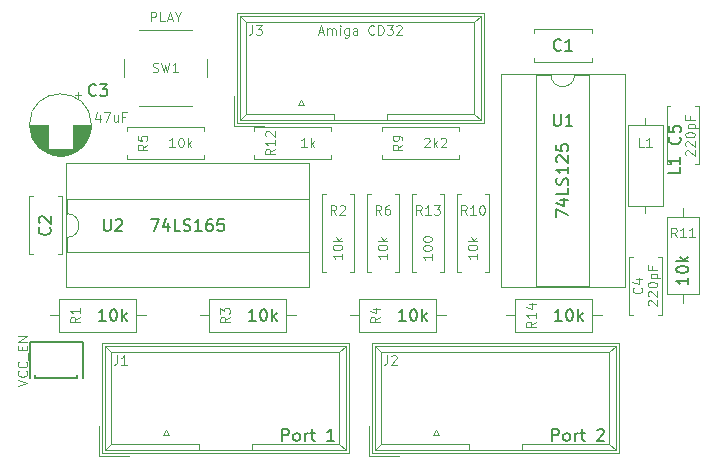
<source format=gto>
G04 #@! TF.GenerationSoftware,KiCad,Pcbnew,(5.1.8)-1*
G04 #@! TF.CreationDate,2022-05-22T17:32:25+02:00*
G04 #@! TF.ProjectId,Amiga CD32,416d6967-6120-4434-9433-322e6b696361,rev?*
G04 #@! TF.SameCoordinates,Original*
G04 #@! TF.FileFunction,Legend,Top*
G04 #@! TF.FilePolarity,Positive*
%FSLAX46Y46*%
G04 Gerber Fmt 4.6, Leading zero omitted, Abs format (unit mm)*
G04 Created by KiCad (PCBNEW (5.1.8)-1) date 2022-05-22 17:32:25*
%MOMM*%
%LPD*%
G01*
G04 APERTURE LIST*
%ADD10C,0.120000*%
%ADD11C,0.150000*%
%ADD12C,0.100000*%
G04 APERTURE END LIST*
D10*
X164568000Y-99695000D02*
X163798000Y-99695000D01*
X156488000Y-99695000D02*
X157258000Y-99695000D01*
X163798000Y-98325000D02*
X157258000Y-98325000D01*
X163798000Y-101065000D02*
X163798000Y-98325000D01*
X157258000Y-101065000D02*
X163798000Y-101065000D01*
X157258000Y-98325000D02*
X157258000Y-101065000D01*
X143280000Y-99695000D02*
X144050000Y-99695000D01*
X151360000Y-99695000D02*
X150590000Y-99695000D01*
X144050000Y-101065000D02*
X150590000Y-101065000D01*
X144050000Y-98325000D02*
X144050000Y-101065000D01*
X150590000Y-98325000D02*
X144050000Y-98325000D01*
X150590000Y-101065000D02*
X150590000Y-98325000D01*
X130905000Y-86130000D02*
X130905000Y-86460000D01*
X130905000Y-86460000D02*
X124365000Y-86460000D01*
X124365000Y-86460000D02*
X124365000Y-86130000D01*
X130905000Y-84050000D02*
X130905000Y-83720000D01*
X130905000Y-83720000D02*
X124365000Y-83720000D01*
X124365000Y-83720000D02*
X124365000Y-84050000D01*
X145010000Y-95980000D02*
X144680000Y-95980000D01*
X144680000Y-95980000D02*
X144680000Y-89440000D01*
X144680000Y-89440000D02*
X145010000Y-89440000D01*
X147090000Y-95980000D02*
X147420000Y-95980000D01*
X147420000Y-95980000D02*
X147420000Y-89440000D01*
X147420000Y-89440000D02*
X147090000Y-89440000D01*
X152495000Y-86130000D02*
X152495000Y-86460000D01*
X152495000Y-86460000D02*
X145955000Y-86460000D01*
X145955000Y-86460000D02*
X145955000Y-86130000D01*
X152495000Y-84050000D02*
X152495000Y-83720000D01*
X152495000Y-83720000D02*
X145955000Y-83720000D01*
X145955000Y-83720000D02*
X145955000Y-84050000D01*
X154710000Y-89440000D02*
X155040000Y-89440000D01*
X155040000Y-89440000D02*
X155040000Y-95980000D01*
X155040000Y-95980000D02*
X154710000Y-95980000D01*
X152630000Y-89440000D02*
X152300000Y-89440000D01*
X152300000Y-89440000D02*
X152300000Y-95980000D01*
X152300000Y-95980000D02*
X152630000Y-95980000D01*
X135160000Y-84050000D02*
X135160000Y-83720000D01*
X135160000Y-83720000D02*
X141700000Y-83720000D01*
X141700000Y-83720000D02*
X141700000Y-84050000D01*
X135160000Y-86130000D02*
X135160000Y-86460000D01*
X135160000Y-86460000D02*
X141700000Y-86460000D01*
X141700000Y-86460000D02*
X141700000Y-86130000D01*
X150900000Y-89440000D02*
X151230000Y-89440000D01*
X151230000Y-89440000D02*
X151230000Y-95980000D01*
X151230000Y-95980000D02*
X150900000Y-95980000D01*
X148820000Y-89440000D02*
X148490000Y-89440000D01*
X148490000Y-89440000D02*
X148490000Y-95980000D01*
X148490000Y-95980000D02*
X148820000Y-95980000D01*
X125960000Y-99695000D02*
X125190000Y-99695000D01*
X117880000Y-99695000D02*
X118650000Y-99695000D01*
X125190000Y-98325000D02*
X118650000Y-98325000D01*
X125190000Y-101065000D02*
X125190000Y-98325000D01*
X118650000Y-101065000D02*
X125190000Y-101065000D01*
X118650000Y-98325000D02*
X118650000Y-101065000D01*
X130580000Y-99695000D02*
X131350000Y-99695000D01*
X138660000Y-99695000D02*
X137890000Y-99695000D01*
X131350000Y-101065000D02*
X137890000Y-101065000D01*
X131350000Y-98325000D02*
X131350000Y-101065000D01*
X137890000Y-98325000D02*
X131350000Y-98325000D01*
X137890000Y-101065000D02*
X137890000Y-98325000D01*
X171450000Y-90575000D02*
X171450000Y-91345000D01*
X171450000Y-98655000D02*
X171450000Y-97885000D01*
X170080000Y-91345000D02*
X170080000Y-97885000D01*
X172820000Y-91345000D02*
X170080000Y-91345000D01*
X172820000Y-97885000D02*
X172820000Y-91345000D01*
X170080000Y-97885000D02*
X172820000Y-97885000D01*
X170395000Y-86885000D02*
X170080000Y-86885000D01*
X172820000Y-86885000D02*
X172505000Y-86885000D01*
X170395000Y-81945000D02*
X170080000Y-81945000D01*
X172820000Y-81945000D02*
X172505000Y-81945000D01*
X170080000Y-81945000D02*
X170080000Y-86885000D01*
X172820000Y-81945000D02*
X172820000Y-86885000D01*
X166540000Y-79255000D02*
X156040000Y-79255000D01*
X166540000Y-97275000D02*
X166540000Y-79255000D01*
X156040000Y-97275000D02*
X166540000Y-97275000D01*
X156040000Y-79255000D02*
X156040000Y-97275000D01*
X163540000Y-79315000D02*
X162290000Y-79315000D01*
X163540000Y-97215000D02*
X163540000Y-79315000D01*
X159040000Y-97215000D02*
X163540000Y-97215000D01*
X159040000Y-79315000D02*
X159040000Y-97215000D01*
X160290000Y-79315000D02*
X159040000Y-79315000D01*
X162290000Y-79315000D02*
G75*
G02*
X160290000Y-79315000I-1000000J0D01*
G01*
X120470000Y-80995225D02*
X119970000Y-80995225D01*
X120220000Y-80745225D02*
X120220000Y-81245225D01*
X119029000Y-86151000D02*
X118461000Y-86151000D01*
X119263000Y-86111000D02*
X118227000Y-86111000D01*
X119422000Y-86071000D02*
X118068000Y-86071000D01*
X119550000Y-86031000D02*
X117940000Y-86031000D01*
X119660000Y-85991000D02*
X117830000Y-85991000D01*
X119756000Y-85951000D02*
X117734000Y-85951000D01*
X119843000Y-85911000D02*
X117647000Y-85911000D01*
X119923000Y-85871000D02*
X117567000Y-85871000D01*
X119996000Y-85831000D02*
X117494000Y-85831000D01*
X120064000Y-85791000D02*
X117426000Y-85791000D01*
X120128000Y-85751000D02*
X117362000Y-85751000D01*
X120188000Y-85711000D02*
X117302000Y-85711000D01*
X120245000Y-85671000D02*
X117245000Y-85671000D01*
X120299000Y-85631000D02*
X117191000Y-85631000D01*
X120350000Y-85591000D02*
X117140000Y-85591000D01*
X117705000Y-85551000D02*
X117092000Y-85551000D01*
X120398000Y-85551000D02*
X119785000Y-85551000D01*
X117705000Y-85511000D02*
X117046000Y-85511000D01*
X120444000Y-85511000D02*
X119785000Y-85511000D01*
X117705000Y-85471000D02*
X117002000Y-85471000D01*
X120488000Y-85471000D02*
X119785000Y-85471000D01*
X117705000Y-85431000D02*
X116960000Y-85431000D01*
X120530000Y-85431000D02*
X119785000Y-85431000D01*
X117705000Y-85391000D02*
X116919000Y-85391000D01*
X120571000Y-85391000D02*
X119785000Y-85391000D01*
X117705000Y-85351000D02*
X116881000Y-85351000D01*
X120609000Y-85351000D02*
X119785000Y-85351000D01*
X117705000Y-85311000D02*
X116844000Y-85311000D01*
X120646000Y-85311000D02*
X119785000Y-85311000D01*
X117705000Y-85271000D02*
X116808000Y-85271000D01*
X120682000Y-85271000D02*
X119785000Y-85271000D01*
X117705000Y-85231000D02*
X116774000Y-85231000D01*
X120716000Y-85231000D02*
X119785000Y-85231000D01*
X117705000Y-85191000D02*
X116741000Y-85191000D01*
X120749000Y-85191000D02*
X119785000Y-85191000D01*
X117705000Y-85151000D02*
X116710000Y-85151000D01*
X120780000Y-85151000D02*
X119785000Y-85151000D01*
X117705000Y-85111000D02*
X116680000Y-85111000D01*
X120810000Y-85111000D02*
X119785000Y-85111000D01*
X117705000Y-85071000D02*
X116650000Y-85071000D01*
X120840000Y-85071000D02*
X119785000Y-85071000D01*
X117705000Y-85031000D02*
X116623000Y-85031000D01*
X120867000Y-85031000D02*
X119785000Y-85031000D01*
X117705000Y-84991000D02*
X116596000Y-84991000D01*
X120894000Y-84991000D02*
X119785000Y-84991000D01*
X117705000Y-84951000D02*
X116570000Y-84951000D01*
X120920000Y-84951000D02*
X119785000Y-84951000D01*
X117705000Y-84911000D02*
X116545000Y-84911000D01*
X120945000Y-84911000D02*
X119785000Y-84911000D01*
X117705000Y-84871000D02*
X116521000Y-84871000D01*
X120969000Y-84871000D02*
X119785000Y-84871000D01*
X117705000Y-84831000D02*
X116498000Y-84831000D01*
X120992000Y-84831000D02*
X119785000Y-84831000D01*
X117705000Y-84791000D02*
X116477000Y-84791000D01*
X121013000Y-84791000D02*
X119785000Y-84791000D01*
X117705000Y-84751000D02*
X116455000Y-84751000D01*
X121035000Y-84751000D02*
X119785000Y-84751000D01*
X117705000Y-84711000D02*
X116435000Y-84711000D01*
X121055000Y-84711000D02*
X119785000Y-84711000D01*
X117705000Y-84671000D02*
X116416000Y-84671000D01*
X121074000Y-84671000D02*
X119785000Y-84671000D01*
X117705000Y-84631000D02*
X116397000Y-84631000D01*
X121093000Y-84631000D02*
X119785000Y-84631000D01*
X117705000Y-84591000D02*
X116380000Y-84591000D01*
X121110000Y-84591000D02*
X119785000Y-84591000D01*
X117705000Y-84551000D02*
X116363000Y-84551000D01*
X121127000Y-84551000D02*
X119785000Y-84551000D01*
X117705000Y-84511000D02*
X116347000Y-84511000D01*
X121143000Y-84511000D02*
X119785000Y-84511000D01*
X117705000Y-84471000D02*
X116331000Y-84471000D01*
X121159000Y-84471000D02*
X119785000Y-84471000D01*
X117705000Y-84431000D02*
X116317000Y-84431000D01*
X121173000Y-84431000D02*
X119785000Y-84431000D01*
X117705000Y-84391000D02*
X116303000Y-84391000D01*
X121187000Y-84391000D02*
X119785000Y-84391000D01*
X117705000Y-84351000D02*
X116290000Y-84351000D01*
X121200000Y-84351000D02*
X119785000Y-84351000D01*
X117705000Y-84311000D02*
X116277000Y-84311000D01*
X121213000Y-84311000D02*
X119785000Y-84311000D01*
X117705000Y-84271000D02*
X116265000Y-84271000D01*
X121225000Y-84271000D02*
X119785000Y-84271000D01*
X117705000Y-84230000D02*
X116254000Y-84230000D01*
X121236000Y-84230000D02*
X119785000Y-84230000D01*
X117705000Y-84190000D02*
X116244000Y-84190000D01*
X121246000Y-84190000D02*
X119785000Y-84190000D01*
X117705000Y-84150000D02*
X116234000Y-84150000D01*
X121256000Y-84150000D02*
X119785000Y-84150000D01*
X117705000Y-84110000D02*
X116225000Y-84110000D01*
X121265000Y-84110000D02*
X119785000Y-84110000D01*
X117705000Y-84070000D02*
X116217000Y-84070000D01*
X121273000Y-84070000D02*
X119785000Y-84070000D01*
X117705000Y-84030000D02*
X116209000Y-84030000D01*
X121281000Y-84030000D02*
X119785000Y-84030000D01*
X117705000Y-83990000D02*
X116202000Y-83990000D01*
X121288000Y-83990000D02*
X119785000Y-83990000D01*
X117705000Y-83950000D02*
X116195000Y-83950000D01*
X121295000Y-83950000D02*
X119785000Y-83950000D01*
X117705000Y-83910000D02*
X116189000Y-83910000D01*
X121301000Y-83910000D02*
X119785000Y-83910000D01*
X117705000Y-83870000D02*
X116184000Y-83870000D01*
X121306000Y-83870000D02*
X119785000Y-83870000D01*
X117705000Y-83830000D02*
X116180000Y-83830000D01*
X121310000Y-83830000D02*
X119785000Y-83830000D01*
X117705000Y-83790000D02*
X116176000Y-83790000D01*
X121314000Y-83790000D02*
X119785000Y-83790000D01*
X117705000Y-83750000D02*
X116172000Y-83750000D01*
X121318000Y-83750000D02*
X119785000Y-83750000D01*
X117705000Y-83710000D02*
X116169000Y-83710000D01*
X121321000Y-83710000D02*
X119785000Y-83710000D01*
X117705000Y-83670000D02*
X116167000Y-83670000D01*
X121323000Y-83670000D02*
X119785000Y-83670000D01*
X117705000Y-83630000D02*
X116166000Y-83630000D01*
X121324000Y-83630000D02*
X119785000Y-83630000D01*
X121325000Y-83590000D02*
X119785000Y-83590000D01*
X117705000Y-83590000D02*
X116165000Y-83590000D01*
X121325000Y-83550000D02*
X119785000Y-83550000D01*
X117705000Y-83550000D02*
X116165000Y-83550000D01*
X121365000Y-83550000D02*
G75*
G03*
X121365000Y-83550000I-2620000J0D01*
G01*
X119260000Y-86825000D02*
X119260000Y-97325000D01*
X139820000Y-86825000D02*
X119260000Y-86825000D01*
X139820000Y-97325000D02*
X139820000Y-86825000D01*
X119260000Y-97325000D02*
X139820000Y-97325000D01*
X119320000Y-89825000D02*
X119320000Y-91075000D01*
X139760000Y-89825000D02*
X119320000Y-89825000D01*
X139760000Y-94325000D02*
X139760000Y-89825000D01*
X119320000Y-94325000D02*
X139760000Y-94325000D01*
X119320000Y-93075000D02*
X119320000Y-94325000D01*
X119320000Y-91075000D02*
G75*
G02*
X119320000Y-93075000I0J-1000000D01*
G01*
X167220000Y-99665000D02*
X166905000Y-99665000D01*
X169645000Y-99665000D02*
X169330000Y-99665000D01*
X167220000Y-94725000D02*
X166905000Y-94725000D01*
X169645000Y-94725000D02*
X169330000Y-94725000D01*
X166905000Y-94725000D02*
X166905000Y-99665000D01*
X169645000Y-94725000D02*
X169645000Y-99665000D01*
D11*
X120142000Y-104775000D02*
X120142000Y-105029000D01*
X116586000Y-105029000D02*
X120142000Y-105029000D01*
X116586000Y-104775000D02*
X116586000Y-105029000D01*
X120650000Y-105029000D02*
X120650000Y-101981000D01*
X116205000Y-101981000D02*
X116205000Y-105029000D01*
X116205000Y-101981000D02*
X120650000Y-101981000D01*
D10*
X118845000Y-89565000D02*
X118845000Y-94505000D01*
X116105000Y-89565000D02*
X116105000Y-94505000D01*
X118845000Y-89565000D02*
X118530000Y-89565000D01*
X116420000Y-89565000D02*
X116105000Y-89565000D01*
X118845000Y-94505000D02*
X118530000Y-94505000D01*
X116420000Y-94505000D02*
X116105000Y-94505000D01*
X168275000Y-91035000D02*
X168275000Y-90415000D01*
X168275000Y-82955000D02*
X168275000Y-83575000D01*
X169745000Y-90415000D02*
X169745000Y-83575000D01*
X166805000Y-90415000D02*
X169745000Y-90415000D01*
X166805000Y-83575000D02*
X166805000Y-90415000D01*
X169745000Y-83575000D02*
X166805000Y-83575000D01*
D12*
X133965000Y-74315000D02*
X154325000Y-74315000D01*
X134505000Y-74865000D02*
X153765000Y-74865000D01*
X133965000Y-83165000D02*
X154325000Y-83165000D01*
X134505000Y-82615000D02*
X141895000Y-82615000D01*
X146395000Y-82615000D02*
X153765000Y-82615000D01*
X141895000Y-82615000D02*
X141895000Y-83165000D01*
X146395000Y-82615000D02*
X146395000Y-83165000D01*
X133965000Y-74315000D02*
X133965000Y-83165000D01*
X134505000Y-74865000D02*
X134505000Y-82615000D01*
X154325000Y-74315000D02*
X154325000Y-83165000D01*
X153765000Y-74865000D02*
X153765000Y-82615000D01*
X133965000Y-74315000D02*
X134505000Y-74865000D01*
X154325000Y-74315000D02*
X153765000Y-74865000D01*
X133965000Y-83165000D02*
X134505000Y-82615000D01*
X154325000Y-83165000D02*
X153765000Y-82615000D01*
D10*
X133715000Y-74065000D02*
X154575000Y-74065000D01*
X154575000Y-74065000D02*
X154575000Y-83415000D01*
X154575000Y-83415000D02*
X133715000Y-83415000D01*
X133715000Y-83415000D02*
X133715000Y-74065000D01*
X133465000Y-83665000D02*
X136005000Y-83665000D01*
X133465000Y-83665000D02*
X133465000Y-81125000D01*
X139128500Y-81462425D02*
X139378500Y-81895438D01*
X138878500Y-81895438D02*
X139128500Y-81462425D01*
X139378500Y-81895438D02*
X138878500Y-81895438D01*
X150808500Y-109835438D02*
X150308500Y-109835438D01*
X150308500Y-109835438D02*
X150558500Y-109402425D01*
X150558500Y-109402425D02*
X150808500Y-109835438D01*
X144895000Y-111605000D02*
X144895000Y-109065000D01*
X144895000Y-111605000D02*
X147435000Y-111605000D01*
X145145000Y-111355000D02*
X145145000Y-102005000D01*
X166005000Y-111355000D02*
X145145000Y-111355000D01*
X166005000Y-102005000D02*
X166005000Y-111355000D01*
X145145000Y-102005000D02*
X166005000Y-102005000D01*
D12*
X165755000Y-111105000D02*
X165195000Y-110555000D01*
X145395000Y-111105000D02*
X145935000Y-110555000D01*
X165755000Y-102255000D02*
X165195000Y-102805000D01*
X145395000Y-102255000D02*
X145935000Y-102805000D01*
X165195000Y-102805000D02*
X165195000Y-110555000D01*
X165755000Y-102255000D02*
X165755000Y-111105000D01*
X145935000Y-102805000D02*
X145935000Y-110555000D01*
X145395000Y-102255000D02*
X145395000Y-111105000D01*
X157825000Y-110555000D02*
X157825000Y-111105000D01*
X153325000Y-110555000D02*
X153325000Y-111105000D01*
X157825000Y-110555000D02*
X165195000Y-110555000D01*
X145935000Y-110555000D02*
X153325000Y-110555000D01*
X145395000Y-111105000D02*
X165755000Y-111105000D01*
X145935000Y-102805000D02*
X165195000Y-102805000D01*
X145395000Y-102255000D02*
X165755000Y-102255000D01*
D10*
X158860000Y-75780000D02*
X158860000Y-75465000D01*
X158860000Y-78205000D02*
X158860000Y-77890000D01*
X163800000Y-75780000D02*
X163800000Y-75465000D01*
X163800000Y-78205000D02*
X163800000Y-77890000D01*
X163800000Y-75465000D02*
X158860000Y-75465000D01*
X163800000Y-78205000D02*
X158860000Y-78205000D01*
X127948500Y-109835438D02*
X127448500Y-109835438D01*
X127448500Y-109835438D02*
X127698500Y-109402425D01*
X127698500Y-109402425D02*
X127948500Y-109835438D01*
X122035000Y-111605000D02*
X122035000Y-109065000D01*
X122035000Y-111605000D02*
X124575000Y-111605000D01*
X122285000Y-111355000D02*
X122285000Y-102005000D01*
X143145000Y-111355000D02*
X122285000Y-111355000D01*
X143145000Y-102005000D02*
X143145000Y-111355000D01*
X122285000Y-102005000D02*
X143145000Y-102005000D01*
D12*
X142895000Y-111105000D02*
X142335000Y-110555000D01*
X122535000Y-111105000D02*
X123075000Y-110555000D01*
X142895000Y-102255000D02*
X142335000Y-102805000D01*
X122535000Y-102255000D02*
X123075000Y-102805000D01*
X142335000Y-102805000D02*
X142335000Y-110555000D01*
X142895000Y-102255000D02*
X142895000Y-111105000D01*
X123075000Y-102805000D02*
X123075000Y-110555000D01*
X122535000Y-102255000D02*
X122535000Y-111105000D01*
X134965000Y-110555000D02*
X134965000Y-111105000D01*
X130465000Y-110555000D02*
X130465000Y-111105000D01*
X134965000Y-110555000D02*
X142335000Y-110555000D01*
X123075000Y-110555000D02*
X130465000Y-110555000D01*
X122535000Y-111105000D02*
X142895000Y-111105000D01*
X123075000Y-102805000D02*
X142335000Y-102805000D01*
X122535000Y-102255000D02*
X142895000Y-102255000D01*
D10*
X125385000Y-81990000D02*
X129885000Y-81990000D01*
X124135000Y-77990000D02*
X124135000Y-79490000D01*
X129885000Y-75490000D02*
X125385000Y-75490000D01*
X131135000Y-79490000D02*
X131135000Y-77990000D01*
X143610000Y-89440000D02*
X143280000Y-89440000D01*
X143610000Y-95980000D02*
X143610000Y-89440000D01*
X143280000Y-95980000D02*
X143610000Y-95980000D01*
X140870000Y-89440000D02*
X141200000Y-89440000D01*
X140870000Y-95980000D02*
X140870000Y-89440000D01*
X141200000Y-95980000D02*
X140870000Y-95980000D01*
D12*
X158984904Y-100209285D02*
X158603952Y-100475952D01*
X158984904Y-100666428D02*
X158184904Y-100666428D01*
X158184904Y-100361666D01*
X158223000Y-100285476D01*
X158261095Y-100247380D01*
X158337285Y-100209285D01*
X158451571Y-100209285D01*
X158527761Y-100247380D01*
X158565857Y-100285476D01*
X158603952Y-100361666D01*
X158603952Y-100666428D01*
X158984904Y-99447380D02*
X158984904Y-99904523D01*
X158984904Y-99675952D02*
X158184904Y-99675952D01*
X158299190Y-99752142D01*
X158375380Y-99828333D01*
X158413476Y-99904523D01*
X158451571Y-98761666D02*
X158984904Y-98761666D01*
X158146809Y-98952142D02*
X158718238Y-99142619D01*
X158718238Y-98647380D01*
D11*
X161202761Y-100147380D02*
X160631333Y-100147380D01*
X160917047Y-100147380D02*
X160917047Y-99147380D01*
X160821809Y-99290238D01*
X160726571Y-99385476D01*
X160631333Y-99433095D01*
X161821809Y-99147380D02*
X161917047Y-99147380D01*
X162012285Y-99195000D01*
X162059904Y-99242619D01*
X162107523Y-99337857D01*
X162155142Y-99528333D01*
X162155142Y-99766428D01*
X162107523Y-99956904D01*
X162059904Y-100052142D01*
X162012285Y-100099761D01*
X161917047Y-100147380D01*
X161821809Y-100147380D01*
X161726571Y-100099761D01*
X161678952Y-100052142D01*
X161631333Y-99956904D01*
X161583714Y-99766428D01*
X161583714Y-99528333D01*
X161631333Y-99337857D01*
X161678952Y-99242619D01*
X161726571Y-99195000D01*
X161821809Y-99147380D01*
X162583714Y-100147380D02*
X162583714Y-99147380D01*
X162678952Y-99766428D02*
X162964666Y-100147380D01*
X162964666Y-99480714D02*
X162583714Y-99861666D01*
D12*
X145776904Y-99828333D02*
X145395952Y-100095000D01*
X145776904Y-100285476D02*
X144976904Y-100285476D01*
X144976904Y-99980714D01*
X145015000Y-99904523D01*
X145053095Y-99866428D01*
X145129285Y-99828333D01*
X145243571Y-99828333D01*
X145319761Y-99866428D01*
X145357857Y-99904523D01*
X145395952Y-99980714D01*
X145395952Y-100285476D01*
X145243571Y-99142619D02*
X145776904Y-99142619D01*
X144938809Y-99333095D02*
X145510238Y-99523571D01*
X145510238Y-99028333D01*
D11*
X147994761Y-100147380D02*
X147423333Y-100147380D01*
X147709047Y-100147380D02*
X147709047Y-99147380D01*
X147613809Y-99290238D01*
X147518571Y-99385476D01*
X147423333Y-99433095D01*
X148613809Y-99147380D02*
X148709047Y-99147380D01*
X148804285Y-99195000D01*
X148851904Y-99242619D01*
X148899523Y-99337857D01*
X148947142Y-99528333D01*
X148947142Y-99766428D01*
X148899523Y-99956904D01*
X148851904Y-100052142D01*
X148804285Y-100099761D01*
X148709047Y-100147380D01*
X148613809Y-100147380D01*
X148518571Y-100099761D01*
X148470952Y-100052142D01*
X148423333Y-99956904D01*
X148375714Y-99766428D01*
X148375714Y-99528333D01*
X148423333Y-99337857D01*
X148470952Y-99242619D01*
X148518571Y-99195000D01*
X148613809Y-99147380D01*
X149375714Y-100147380D02*
X149375714Y-99147380D01*
X149470952Y-99766428D02*
X149756666Y-100147380D01*
X149756666Y-99480714D02*
X149375714Y-99861666D01*
D12*
X126091904Y-85223333D02*
X125710952Y-85490000D01*
X126091904Y-85680476D02*
X125291904Y-85680476D01*
X125291904Y-85375714D01*
X125330000Y-85299523D01*
X125368095Y-85261428D01*
X125444285Y-85223333D01*
X125558571Y-85223333D01*
X125634761Y-85261428D01*
X125672857Y-85299523D01*
X125710952Y-85375714D01*
X125710952Y-85680476D01*
X125291904Y-84499523D02*
X125291904Y-84880476D01*
X125672857Y-84918571D01*
X125634761Y-84880476D01*
X125596666Y-84804285D01*
X125596666Y-84613809D01*
X125634761Y-84537619D01*
X125672857Y-84499523D01*
X125749047Y-84461428D01*
X125939523Y-84461428D01*
X126015714Y-84499523D01*
X126053809Y-84537619D01*
X126091904Y-84613809D01*
X126091904Y-84804285D01*
X126053809Y-84880476D01*
X126015714Y-84918571D01*
X128428809Y-85451904D02*
X127971666Y-85451904D01*
X128200238Y-85451904D02*
X128200238Y-84651904D01*
X128124047Y-84766190D01*
X128047857Y-84842380D01*
X127971666Y-84880476D01*
X128924047Y-84651904D02*
X129000238Y-84651904D01*
X129076428Y-84690000D01*
X129114523Y-84728095D01*
X129152619Y-84804285D01*
X129190714Y-84956666D01*
X129190714Y-85147142D01*
X129152619Y-85299523D01*
X129114523Y-85375714D01*
X129076428Y-85413809D01*
X129000238Y-85451904D01*
X128924047Y-85451904D01*
X128847857Y-85413809D01*
X128809761Y-85375714D01*
X128771666Y-85299523D01*
X128733571Y-85147142D01*
X128733571Y-84956666D01*
X128771666Y-84804285D01*
X128809761Y-84728095D01*
X128847857Y-84690000D01*
X128924047Y-84651904D01*
X129533571Y-85451904D02*
X129533571Y-84651904D01*
X129609761Y-85147142D02*
X129838333Y-85451904D01*
X129838333Y-84918571D02*
X129533571Y-85223333D01*
X145916666Y-91166904D02*
X145650000Y-90785952D01*
X145459523Y-91166904D02*
X145459523Y-90366904D01*
X145764285Y-90366904D01*
X145840476Y-90405000D01*
X145878571Y-90443095D01*
X145916666Y-90519285D01*
X145916666Y-90633571D01*
X145878571Y-90709761D01*
X145840476Y-90747857D01*
X145764285Y-90785952D01*
X145459523Y-90785952D01*
X146602380Y-90366904D02*
X146450000Y-90366904D01*
X146373809Y-90405000D01*
X146335714Y-90443095D01*
X146259523Y-90557380D01*
X146221428Y-90709761D01*
X146221428Y-91014523D01*
X146259523Y-91090714D01*
X146297619Y-91128809D01*
X146373809Y-91166904D01*
X146526190Y-91166904D01*
X146602380Y-91128809D01*
X146640476Y-91090714D01*
X146678571Y-91014523D01*
X146678571Y-90824047D01*
X146640476Y-90747857D01*
X146602380Y-90709761D01*
X146526190Y-90671666D01*
X146373809Y-90671666D01*
X146297619Y-90709761D01*
X146259523Y-90747857D01*
X146221428Y-90824047D01*
X146411904Y-94456190D02*
X146411904Y-94913333D01*
X146411904Y-94684761D02*
X145611904Y-94684761D01*
X145726190Y-94760952D01*
X145802380Y-94837142D01*
X145840476Y-94913333D01*
X145611904Y-93960952D02*
X145611904Y-93884761D01*
X145650000Y-93808571D01*
X145688095Y-93770476D01*
X145764285Y-93732380D01*
X145916666Y-93694285D01*
X146107142Y-93694285D01*
X146259523Y-93732380D01*
X146335714Y-93770476D01*
X146373809Y-93808571D01*
X146411904Y-93884761D01*
X146411904Y-93960952D01*
X146373809Y-94037142D01*
X146335714Y-94075238D01*
X146259523Y-94113333D01*
X146107142Y-94151428D01*
X145916666Y-94151428D01*
X145764285Y-94113333D01*
X145688095Y-94075238D01*
X145650000Y-94037142D01*
X145611904Y-93960952D01*
X146411904Y-93351428D02*
X145611904Y-93351428D01*
X146107142Y-93275238D02*
X146411904Y-93046666D01*
X145878571Y-93046666D02*
X146183333Y-93351428D01*
X147681904Y-85223333D02*
X147300952Y-85490000D01*
X147681904Y-85680476D02*
X146881904Y-85680476D01*
X146881904Y-85375714D01*
X146920000Y-85299523D01*
X146958095Y-85261428D01*
X147034285Y-85223333D01*
X147148571Y-85223333D01*
X147224761Y-85261428D01*
X147262857Y-85299523D01*
X147300952Y-85375714D01*
X147300952Y-85680476D01*
X147681904Y-84842380D02*
X147681904Y-84690000D01*
X147643809Y-84613809D01*
X147605714Y-84575714D01*
X147491428Y-84499523D01*
X147339047Y-84461428D01*
X147034285Y-84461428D01*
X146958095Y-84499523D01*
X146920000Y-84537619D01*
X146881904Y-84613809D01*
X146881904Y-84766190D01*
X146920000Y-84842380D01*
X146958095Y-84880476D01*
X147034285Y-84918571D01*
X147224761Y-84918571D01*
X147300952Y-84880476D01*
X147339047Y-84842380D01*
X147377142Y-84766190D01*
X147377142Y-84613809D01*
X147339047Y-84537619D01*
X147300952Y-84499523D01*
X147224761Y-84461428D01*
X149561666Y-84728095D02*
X149599761Y-84690000D01*
X149675952Y-84651904D01*
X149866428Y-84651904D01*
X149942619Y-84690000D01*
X149980714Y-84728095D01*
X150018809Y-84804285D01*
X150018809Y-84880476D01*
X149980714Y-84994761D01*
X149523571Y-85451904D01*
X150018809Y-85451904D01*
X150361666Y-85451904D02*
X150361666Y-84651904D01*
X150437857Y-85147142D02*
X150666428Y-85451904D01*
X150666428Y-84918571D02*
X150361666Y-85223333D01*
X150971190Y-84728095D02*
X151009285Y-84690000D01*
X151085476Y-84651904D01*
X151275952Y-84651904D01*
X151352142Y-84690000D01*
X151390238Y-84728095D01*
X151428333Y-84804285D01*
X151428333Y-84880476D01*
X151390238Y-84994761D01*
X150933095Y-85451904D01*
X151428333Y-85451904D01*
X153155714Y-91166904D02*
X152889047Y-90785952D01*
X152698571Y-91166904D02*
X152698571Y-90366904D01*
X153003333Y-90366904D01*
X153079523Y-90405000D01*
X153117619Y-90443095D01*
X153155714Y-90519285D01*
X153155714Y-90633571D01*
X153117619Y-90709761D01*
X153079523Y-90747857D01*
X153003333Y-90785952D01*
X152698571Y-90785952D01*
X153917619Y-91166904D02*
X153460476Y-91166904D01*
X153689047Y-91166904D02*
X153689047Y-90366904D01*
X153612857Y-90481190D01*
X153536666Y-90557380D01*
X153460476Y-90595476D01*
X154412857Y-90366904D02*
X154489047Y-90366904D01*
X154565238Y-90405000D01*
X154603333Y-90443095D01*
X154641428Y-90519285D01*
X154679523Y-90671666D01*
X154679523Y-90862142D01*
X154641428Y-91014523D01*
X154603333Y-91090714D01*
X154565238Y-91128809D01*
X154489047Y-91166904D01*
X154412857Y-91166904D01*
X154336666Y-91128809D01*
X154298571Y-91090714D01*
X154260476Y-91014523D01*
X154222380Y-90862142D01*
X154222380Y-90671666D01*
X154260476Y-90519285D01*
X154298571Y-90443095D01*
X154336666Y-90405000D01*
X154412857Y-90366904D01*
X154031904Y-94456190D02*
X154031904Y-94913333D01*
X154031904Y-94684761D02*
X153231904Y-94684761D01*
X153346190Y-94760952D01*
X153422380Y-94837142D01*
X153460476Y-94913333D01*
X153231904Y-93960952D02*
X153231904Y-93884761D01*
X153270000Y-93808571D01*
X153308095Y-93770476D01*
X153384285Y-93732380D01*
X153536666Y-93694285D01*
X153727142Y-93694285D01*
X153879523Y-93732380D01*
X153955714Y-93770476D01*
X153993809Y-93808571D01*
X154031904Y-93884761D01*
X154031904Y-93960952D01*
X153993809Y-94037142D01*
X153955714Y-94075238D01*
X153879523Y-94113333D01*
X153727142Y-94151428D01*
X153536666Y-94151428D01*
X153384285Y-94113333D01*
X153308095Y-94075238D01*
X153270000Y-94037142D01*
X153231904Y-93960952D01*
X154031904Y-93351428D02*
X153231904Y-93351428D01*
X153727142Y-93275238D02*
X154031904Y-93046666D01*
X153498571Y-93046666D02*
X153803333Y-93351428D01*
X136886904Y-85604285D02*
X136505952Y-85870952D01*
X136886904Y-86061428D02*
X136086904Y-86061428D01*
X136086904Y-85756666D01*
X136125000Y-85680476D01*
X136163095Y-85642380D01*
X136239285Y-85604285D01*
X136353571Y-85604285D01*
X136429761Y-85642380D01*
X136467857Y-85680476D01*
X136505952Y-85756666D01*
X136505952Y-86061428D01*
X136886904Y-84842380D02*
X136886904Y-85299523D01*
X136886904Y-85070952D02*
X136086904Y-85070952D01*
X136201190Y-85147142D01*
X136277380Y-85223333D01*
X136315476Y-85299523D01*
X136163095Y-84537619D02*
X136125000Y-84499523D01*
X136086904Y-84423333D01*
X136086904Y-84232857D01*
X136125000Y-84156666D01*
X136163095Y-84118571D01*
X136239285Y-84080476D01*
X136315476Y-84080476D01*
X136429761Y-84118571D01*
X136886904Y-84575714D01*
X136886904Y-84080476D01*
X139604761Y-85451904D02*
X139147619Y-85451904D01*
X139376190Y-85451904D02*
X139376190Y-84651904D01*
X139300000Y-84766190D01*
X139223809Y-84842380D01*
X139147619Y-84880476D01*
X139947619Y-85451904D02*
X139947619Y-84651904D01*
X140023809Y-85147142D02*
X140252380Y-85451904D01*
X140252380Y-84918571D02*
X139947619Y-85223333D01*
X149345714Y-91166904D02*
X149079047Y-90785952D01*
X148888571Y-91166904D02*
X148888571Y-90366904D01*
X149193333Y-90366904D01*
X149269523Y-90405000D01*
X149307619Y-90443095D01*
X149345714Y-90519285D01*
X149345714Y-90633571D01*
X149307619Y-90709761D01*
X149269523Y-90747857D01*
X149193333Y-90785952D01*
X148888571Y-90785952D01*
X150107619Y-91166904D02*
X149650476Y-91166904D01*
X149879047Y-91166904D02*
X149879047Y-90366904D01*
X149802857Y-90481190D01*
X149726666Y-90557380D01*
X149650476Y-90595476D01*
X150374285Y-90366904D02*
X150869523Y-90366904D01*
X150602857Y-90671666D01*
X150717142Y-90671666D01*
X150793333Y-90709761D01*
X150831428Y-90747857D01*
X150869523Y-90824047D01*
X150869523Y-91014523D01*
X150831428Y-91090714D01*
X150793333Y-91128809D01*
X150717142Y-91166904D01*
X150488571Y-91166904D01*
X150412380Y-91128809D01*
X150374285Y-91090714D01*
X150221904Y-94513333D02*
X150221904Y-94970476D01*
X150221904Y-94741904D02*
X149421904Y-94741904D01*
X149536190Y-94818095D01*
X149612380Y-94894285D01*
X149650476Y-94970476D01*
X149421904Y-94018095D02*
X149421904Y-93941904D01*
X149460000Y-93865714D01*
X149498095Y-93827619D01*
X149574285Y-93789523D01*
X149726666Y-93751428D01*
X149917142Y-93751428D01*
X150069523Y-93789523D01*
X150145714Y-93827619D01*
X150183809Y-93865714D01*
X150221904Y-93941904D01*
X150221904Y-94018095D01*
X150183809Y-94094285D01*
X150145714Y-94132380D01*
X150069523Y-94170476D01*
X149917142Y-94208571D01*
X149726666Y-94208571D01*
X149574285Y-94170476D01*
X149498095Y-94132380D01*
X149460000Y-94094285D01*
X149421904Y-94018095D01*
X149421904Y-93256190D02*
X149421904Y-93180000D01*
X149460000Y-93103809D01*
X149498095Y-93065714D01*
X149574285Y-93027619D01*
X149726666Y-92989523D01*
X149917142Y-92989523D01*
X150069523Y-93027619D01*
X150145714Y-93065714D01*
X150183809Y-93103809D01*
X150221904Y-93180000D01*
X150221904Y-93256190D01*
X150183809Y-93332380D01*
X150145714Y-93370476D01*
X150069523Y-93408571D01*
X149917142Y-93446666D01*
X149726666Y-93446666D01*
X149574285Y-93408571D01*
X149498095Y-93370476D01*
X149460000Y-93332380D01*
X149421904Y-93256190D01*
X120376904Y-99828333D02*
X119995952Y-100095000D01*
X120376904Y-100285476D02*
X119576904Y-100285476D01*
X119576904Y-99980714D01*
X119615000Y-99904523D01*
X119653095Y-99866428D01*
X119729285Y-99828333D01*
X119843571Y-99828333D01*
X119919761Y-99866428D01*
X119957857Y-99904523D01*
X119995952Y-99980714D01*
X119995952Y-100285476D01*
X120376904Y-99066428D02*
X120376904Y-99523571D01*
X120376904Y-99295000D02*
X119576904Y-99295000D01*
X119691190Y-99371190D01*
X119767380Y-99447380D01*
X119805476Y-99523571D01*
D11*
X122594761Y-100147380D02*
X122023333Y-100147380D01*
X122309047Y-100147380D02*
X122309047Y-99147380D01*
X122213809Y-99290238D01*
X122118571Y-99385476D01*
X122023333Y-99433095D01*
X123213809Y-99147380D02*
X123309047Y-99147380D01*
X123404285Y-99195000D01*
X123451904Y-99242619D01*
X123499523Y-99337857D01*
X123547142Y-99528333D01*
X123547142Y-99766428D01*
X123499523Y-99956904D01*
X123451904Y-100052142D01*
X123404285Y-100099761D01*
X123309047Y-100147380D01*
X123213809Y-100147380D01*
X123118571Y-100099761D01*
X123070952Y-100052142D01*
X123023333Y-99956904D01*
X122975714Y-99766428D01*
X122975714Y-99528333D01*
X123023333Y-99337857D01*
X123070952Y-99242619D01*
X123118571Y-99195000D01*
X123213809Y-99147380D01*
X123975714Y-100147380D02*
X123975714Y-99147380D01*
X124070952Y-99766428D02*
X124356666Y-100147380D01*
X124356666Y-99480714D02*
X123975714Y-99861666D01*
D12*
X133076904Y-99828333D02*
X132695952Y-100095000D01*
X133076904Y-100285476D02*
X132276904Y-100285476D01*
X132276904Y-99980714D01*
X132315000Y-99904523D01*
X132353095Y-99866428D01*
X132429285Y-99828333D01*
X132543571Y-99828333D01*
X132619761Y-99866428D01*
X132657857Y-99904523D01*
X132695952Y-99980714D01*
X132695952Y-100285476D01*
X132276904Y-99561666D02*
X132276904Y-99066428D01*
X132581666Y-99333095D01*
X132581666Y-99218809D01*
X132619761Y-99142619D01*
X132657857Y-99104523D01*
X132734047Y-99066428D01*
X132924523Y-99066428D01*
X133000714Y-99104523D01*
X133038809Y-99142619D01*
X133076904Y-99218809D01*
X133076904Y-99447380D01*
X133038809Y-99523571D01*
X133000714Y-99561666D01*
D11*
X135294761Y-100147380D02*
X134723333Y-100147380D01*
X135009047Y-100147380D02*
X135009047Y-99147380D01*
X134913809Y-99290238D01*
X134818571Y-99385476D01*
X134723333Y-99433095D01*
X135913809Y-99147380D02*
X136009047Y-99147380D01*
X136104285Y-99195000D01*
X136151904Y-99242619D01*
X136199523Y-99337857D01*
X136247142Y-99528333D01*
X136247142Y-99766428D01*
X136199523Y-99956904D01*
X136151904Y-100052142D01*
X136104285Y-100099761D01*
X136009047Y-100147380D01*
X135913809Y-100147380D01*
X135818571Y-100099761D01*
X135770952Y-100052142D01*
X135723333Y-99956904D01*
X135675714Y-99766428D01*
X135675714Y-99528333D01*
X135723333Y-99337857D01*
X135770952Y-99242619D01*
X135818571Y-99195000D01*
X135913809Y-99147380D01*
X136675714Y-100147380D02*
X136675714Y-99147380D01*
X136770952Y-99766428D02*
X137056666Y-100147380D01*
X137056666Y-99480714D02*
X136675714Y-99861666D01*
D12*
X170935714Y-93071904D02*
X170669047Y-92690952D01*
X170478571Y-93071904D02*
X170478571Y-92271904D01*
X170783333Y-92271904D01*
X170859523Y-92310000D01*
X170897619Y-92348095D01*
X170935714Y-92424285D01*
X170935714Y-92538571D01*
X170897619Y-92614761D01*
X170859523Y-92652857D01*
X170783333Y-92690952D01*
X170478571Y-92690952D01*
X171697619Y-93071904D02*
X171240476Y-93071904D01*
X171469047Y-93071904D02*
X171469047Y-92271904D01*
X171392857Y-92386190D01*
X171316666Y-92462380D01*
X171240476Y-92500476D01*
X172459523Y-93071904D02*
X172002380Y-93071904D01*
X172230952Y-93071904D02*
X172230952Y-92271904D01*
X172154761Y-92386190D01*
X172078571Y-92462380D01*
X172002380Y-92500476D01*
D11*
X171902380Y-96480238D02*
X171902380Y-97051666D01*
X171902380Y-96765952D02*
X170902380Y-96765952D01*
X171045238Y-96861190D01*
X171140476Y-96956428D01*
X171188095Y-97051666D01*
X170902380Y-95861190D02*
X170902380Y-95765952D01*
X170950000Y-95670714D01*
X170997619Y-95623095D01*
X171092857Y-95575476D01*
X171283333Y-95527857D01*
X171521428Y-95527857D01*
X171711904Y-95575476D01*
X171807142Y-95623095D01*
X171854761Y-95670714D01*
X171902380Y-95765952D01*
X171902380Y-95861190D01*
X171854761Y-95956428D01*
X171807142Y-96004047D01*
X171711904Y-96051666D01*
X171521428Y-96099285D01*
X171283333Y-96099285D01*
X171092857Y-96051666D01*
X170997619Y-96004047D01*
X170950000Y-95956428D01*
X170902380Y-95861190D01*
X171902380Y-95099285D02*
X170902380Y-95099285D01*
X171521428Y-95004047D02*
X171902380Y-94718333D01*
X171235714Y-94718333D02*
X171616666Y-95099285D01*
X171172142Y-84581666D02*
X171219761Y-84629285D01*
X171267380Y-84772142D01*
X171267380Y-84867380D01*
X171219761Y-85010238D01*
X171124523Y-85105476D01*
X171029285Y-85153095D01*
X170838809Y-85200714D01*
X170695952Y-85200714D01*
X170505476Y-85153095D01*
X170410238Y-85105476D01*
X170315000Y-85010238D01*
X170267380Y-84867380D01*
X170267380Y-84772142D01*
X170315000Y-84629285D01*
X170362619Y-84581666D01*
X170267380Y-83676904D02*
X170267380Y-84153095D01*
X170743571Y-84200714D01*
X170695952Y-84153095D01*
X170648333Y-84057857D01*
X170648333Y-83819761D01*
X170695952Y-83724523D01*
X170743571Y-83676904D01*
X170838809Y-83629285D01*
X171076904Y-83629285D01*
X171172142Y-83676904D01*
X171219761Y-83724523D01*
X171267380Y-83819761D01*
X171267380Y-84057857D01*
X171219761Y-84153095D01*
X171172142Y-84200714D01*
D12*
X171723095Y-86150238D02*
X171685000Y-86112142D01*
X171646904Y-86035952D01*
X171646904Y-85845476D01*
X171685000Y-85769285D01*
X171723095Y-85731190D01*
X171799285Y-85693095D01*
X171875476Y-85693095D01*
X171989761Y-85731190D01*
X172446904Y-86188333D01*
X172446904Y-85693095D01*
X171723095Y-85388333D02*
X171685000Y-85350238D01*
X171646904Y-85274047D01*
X171646904Y-85083571D01*
X171685000Y-85007380D01*
X171723095Y-84969285D01*
X171799285Y-84931190D01*
X171875476Y-84931190D01*
X171989761Y-84969285D01*
X172446904Y-85426428D01*
X172446904Y-84931190D01*
X171646904Y-84435952D02*
X171646904Y-84359761D01*
X171685000Y-84283571D01*
X171723095Y-84245476D01*
X171799285Y-84207380D01*
X171951666Y-84169285D01*
X172142142Y-84169285D01*
X172294523Y-84207380D01*
X172370714Y-84245476D01*
X172408809Y-84283571D01*
X172446904Y-84359761D01*
X172446904Y-84435952D01*
X172408809Y-84512142D01*
X172370714Y-84550238D01*
X172294523Y-84588333D01*
X172142142Y-84626428D01*
X171951666Y-84626428D01*
X171799285Y-84588333D01*
X171723095Y-84550238D01*
X171685000Y-84512142D01*
X171646904Y-84435952D01*
X171913571Y-83826428D02*
X172713571Y-83826428D01*
X171951666Y-83826428D02*
X171913571Y-83750238D01*
X171913571Y-83597857D01*
X171951666Y-83521666D01*
X171989761Y-83483571D01*
X172065952Y-83445476D01*
X172294523Y-83445476D01*
X172370714Y-83483571D01*
X172408809Y-83521666D01*
X172446904Y-83597857D01*
X172446904Y-83750238D01*
X172408809Y-83826428D01*
X172027857Y-82835952D02*
X172027857Y-83102619D01*
X172446904Y-83102619D02*
X171646904Y-83102619D01*
X171646904Y-82721666D01*
D11*
X160528095Y-82637380D02*
X160528095Y-83446904D01*
X160575714Y-83542142D01*
X160623333Y-83589761D01*
X160718571Y-83637380D01*
X160909047Y-83637380D01*
X161004285Y-83589761D01*
X161051904Y-83542142D01*
X161099523Y-83446904D01*
X161099523Y-82637380D01*
X162099523Y-83637380D02*
X161528095Y-83637380D01*
X161813809Y-83637380D02*
X161813809Y-82637380D01*
X161718571Y-82780238D01*
X161623333Y-82875476D01*
X161528095Y-82923095D01*
X160742380Y-91384047D02*
X160742380Y-90717380D01*
X161742380Y-91145952D01*
X161075714Y-89907857D02*
X161742380Y-89907857D01*
X160694761Y-90145952D02*
X161409047Y-90384047D01*
X161409047Y-89765000D01*
X161742380Y-88907857D02*
X161742380Y-89384047D01*
X160742380Y-89384047D01*
X161694761Y-88622142D02*
X161742380Y-88479285D01*
X161742380Y-88241190D01*
X161694761Y-88145952D01*
X161647142Y-88098333D01*
X161551904Y-88050714D01*
X161456666Y-88050714D01*
X161361428Y-88098333D01*
X161313809Y-88145952D01*
X161266190Y-88241190D01*
X161218571Y-88431666D01*
X161170952Y-88526904D01*
X161123333Y-88574523D01*
X161028095Y-88622142D01*
X160932857Y-88622142D01*
X160837619Y-88574523D01*
X160790000Y-88526904D01*
X160742380Y-88431666D01*
X160742380Y-88193571D01*
X160790000Y-88050714D01*
X161742380Y-87098333D02*
X161742380Y-87669761D01*
X161742380Y-87384047D02*
X160742380Y-87384047D01*
X160885238Y-87479285D01*
X160980476Y-87574523D01*
X161028095Y-87669761D01*
X160837619Y-86717380D02*
X160790000Y-86669761D01*
X160742380Y-86574523D01*
X160742380Y-86336428D01*
X160790000Y-86241190D01*
X160837619Y-86193571D01*
X160932857Y-86145952D01*
X161028095Y-86145952D01*
X161170952Y-86193571D01*
X161742380Y-86765000D01*
X161742380Y-86145952D01*
X160742380Y-85241190D02*
X160742380Y-85717380D01*
X161218571Y-85765000D01*
X161170952Y-85717380D01*
X161123333Y-85622142D01*
X161123333Y-85384047D01*
X161170952Y-85288809D01*
X161218571Y-85241190D01*
X161313809Y-85193571D01*
X161551904Y-85193571D01*
X161647142Y-85241190D01*
X161694761Y-85288809D01*
X161742380Y-85384047D01*
X161742380Y-85622142D01*
X161694761Y-85717380D01*
X161647142Y-85765000D01*
X121753333Y-81002142D02*
X121705714Y-81049761D01*
X121562857Y-81097380D01*
X121467619Y-81097380D01*
X121324761Y-81049761D01*
X121229523Y-80954523D01*
X121181904Y-80859285D01*
X121134285Y-80668809D01*
X121134285Y-80525952D01*
X121181904Y-80335476D01*
X121229523Y-80240238D01*
X121324761Y-80145000D01*
X121467619Y-80097380D01*
X121562857Y-80097380D01*
X121705714Y-80145000D01*
X121753333Y-80192619D01*
X122086666Y-80097380D02*
X122705714Y-80097380D01*
X122372380Y-80478333D01*
X122515238Y-80478333D01*
X122610476Y-80525952D01*
X122658095Y-80573571D01*
X122705714Y-80668809D01*
X122705714Y-80906904D01*
X122658095Y-81002142D01*
X122610476Y-81049761D01*
X122515238Y-81097380D01*
X122229523Y-81097380D01*
X122134285Y-81049761D01*
X122086666Y-81002142D01*
D12*
X122066166Y-82759571D02*
X122066166Y-83292904D01*
X121875690Y-82454809D02*
X121685214Y-83026238D01*
X122180452Y-83026238D01*
X122409023Y-82492904D02*
X122942357Y-82492904D01*
X122599500Y-83292904D01*
X123589976Y-82759571D02*
X123589976Y-83292904D01*
X123247119Y-82759571D02*
X123247119Y-83178619D01*
X123285214Y-83254809D01*
X123361404Y-83292904D01*
X123475690Y-83292904D01*
X123551880Y-83254809D01*
X123589976Y-83216714D01*
X124237595Y-82873857D02*
X123970928Y-82873857D01*
X123970928Y-83292904D02*
X123970928Y-82492904D01*
X124351880Y-82492904D01*
D11*
X122428095Y-91527380D02*
X122428095Y-92336904D01*
X122475714Y-92432142D01*
X122523333Y-92479761D01*
X122618571Y-92527380D01*
X122809047Y-92527380D01*
X122904285Y-92479761D01*
X122951904Y-92432142D01*
X122999523Y-92336904D01*
X122999523Y-91527380D01*
X123428095Y-91622619D02*
X123475714Y-91575000D01*
X123570952Y-91527380D01*
X123809047Y-91527380D01*
X123904285Y-91575000D01*
X123951904Y-91622619D01*
X123999523Y-91717857D01*
X123999523Y-91813095D01*
X123951904Y-91955952D01*
X123380476Y-92527380D01*
X123999523Y-92527380D01*
X126420952Y-91527380D02*
X127087619Y-91527380D01*
X126659047Y-92527380D01*
X127897142Y-91860714D02*
X127897142Y-92527380D01*
X127659047Y-91479761D02*
X127420952Y-92194047D01*
X128040000Y-92194047D01*
X128897142Y-92527380D02*
X128420952Y-92527380D01*
X128420952Y-91527380D01*
X129182857Y-92479761D02*
X129325714Y-92527380D01*
X129563809Y-92527380D01*
X129659047Y-92479761D01*
X129706666Y-92432142D01*
X129754285Y-92336904D01*
X129754285Y-92241666D01*
X129706666Y-92146428D01*
X129659047Y-92098809D01*
X129563809Y-92051190D01*
X129373333Y-92003571D01*
X129278095Y-91955952D01*
X129230476Y-91908333D01*
X129182857Y-91813095D01*
X129182857Y-91717857D01*
X129230476Y-91622619D01*
X129278095Y-91575000D01*
X129373333Y-91527380D01*
X129611428Y-91527380D01*
X129754285Y-91575000D01*
X130706666Y-92527380D02*
X130135238Y-92527380D01*
X130420952Y-92527380D02*
X130420952Y-91527380D01*
X130325714Y-91670238D01*
X130230476Y-91765476D01*
X130135238Y-91813095D01*
X131563809Y-91527380D02*
X131373333Y-91527380D01*
X131278095Y-91575000D01*
X131230476Y-91622619D01*
X131135238Y-91765476D01*
X131087619Y-91955952D01*
X131087619Y-92336904D01*
X131135238Y-92432142D01*
X131182857Y-92479761D01*
X131278095Y-92527380D01*
X131468571Y-92527380D01*
X131563809Y-92479761D01*
X131611428Y-92432142D01*
X131659047Y-92336904D01*
X131659047Y-92098809D01*
X131611428Y-92003571D01*
X131563809Y-91955952D01*
X131468571Y-91908333D01*
X131278095Y-91908333D01*
X131182857Y-91955952D01*
X131135238Y-92003571D01*
X131087619Y-92098809D01*
X132563809Y-91527380D02*
X132087619Y-91527380D01*
X132040000Y-92003571D01*
X132087619Y-91955952D01*
X132182857Y-91908333D01*
X132420952Y-91908333D01*
X132516190Y-91955952D01*
X132563809Y-92003571D01*
X132611428Y-92098809D01*
X132611428Y-92336904D01*
X132563809Y-92432142D01*
X132516190Y-92479761D01*
X132420952Y-92527380D01*
X132182857Y-92527380D01*
X132087619Y-92479761D01*
X132040000Y-92432142D01*
D12*
X167925714Y-97328333D02*
X167963809Y-97366428D01*
X168001904Y-97480714D01*
X168001904Y-97556904D01*
X167963809Y-97671190D01*
X167887619Y-97747380D01*
X167811428Y-97785476D01*
X167659047Y-97823571D01*
X167544761Y-97823571D01*
X167392380Y-97785476D01*
X167316190Y-97747380D01*
X167240000Y-97671190D01*
X167201904Y-97556904D01*
X167201904Y-97480714D01*
X167240000Y-97366428D01*
X167278095Y-97328333D01*
X167468571Y-96642619D02*
X168001904Y-96642619D01*
X167163809Y-96833095D02*
X167735238Y-97023571D01*
X167735238Y-96528333D01*
X168548095Y-98850238D02*
X168510000Y-98812142D01*
X168471904Y-98735952D01*
X168471904Y-98545476D01*
X168510000Y-98469285D01*
X168548095Y-98431190D01*
X168624285Y-98393095D01*
X168700476Y-98393095D01*
X168814761Y-98431190D01*
X169271904Y-98888333D01*
X169271904Y-98393095D01*
X168548095Y-98088333D02*
X168510000Y-98050238D01*
X168471904Y-97974047D01*
X168471904Y-97783571D01*
X168510000Y-97707380D01*
X168548095Y-97669285D01*
X168624285Y-97631190D01*
X168700476Y-97631190D01*
X168814761Y-97669285D01*
X169271904Y-98126428D01*
X169271904Y-97631190D01*
X168471904Y-97135952D02*
X168471904Y-97059761D01*
X168510000Y-96983571D01*
X168548095Y-96945476D01*
X168624285Y-96907380D01*
X168776666Y-96869285D01*
X168967142Y-96869285D01*
X169119523Y-96907380D01*
X169195714Y-96945476D01*
X169233809Y-96983571D01*
X169271904Y-97059761D01*
X169271904Y-97135952D01*
X169233809Y-97212142D01*
X169195714Y-97250238D01*
X169119523Y-97288333D01*
X168967142Y-97326428D01*
X168776666Y-97326428D01*
X168624285Y-97288333D01*
X168548095Y-97250238D01*
X168510000Y-97212142D01*
X168471904Y-97135952D01*
X168738571Y-96526428D02*
X169538571Y-96526428D01*
X168776666Y-96526428D02*
X168738571Y-96450238D01*
X168738571Y-96297857D01*
X168776666Y-96221666D01*
X168814761Y-96183571D01*
X168890952Y-96145476D01*
X169119523Y-96145476D01*
X169195714Y-96183571D01*
X169233809Y-96221666D01*
X169271904Y-96297857D01*
X169271904Y-96450238D01*
X169233809Y-96526428D01*
X168852857Y-95535952D02*
X168852857Y-95802619D01*
X169271904Y-95802619D02*
X168471904Y-95802619D01*
X168471904Y-95421666D01*
X115131904Y-105657380D02*
X115931904Y-105390714D01*
X115131904Y-105124047D01*
X115855714Y-104400238D02*
X115893809Y-104438333D01*
X115931904Y-104552619D01*
X115931904Y-104628809D01*
X115893809Y-104743095D01*
X115817619Y-104819285D01*
X115741428Y-104857380D01*
X115589047Y-104895476D01*
X115474761Y-104895476D01*
X115322380Y-104857380D01*
X115246190Y-104819285D01*
X115170000Y-104743095D01*
X115131904Y-104628809D01*
X115131904Y-104552619D01*
X115170000Y-104438333D01*
X115208095Y-104400238D01*
X115855714Y-103600238D02*
X115893809Y-103638333D01*
X115931904Y-103752619D01*
X115931904Y-103828809D01*
X115893809Y-103943095D01*
X115817619Y-104019285D01*
X115741428Y-104057380D01*
X115589047Y-104095476D01*
X115474761Y-104095476D01*
X115322380Y-104057380D01*
X115246190Y-104019285D01*
X115170000Y-103943095D01*
X115131904Y-103828809D01*
X115131904Y-103752619D01*
X115170000Y-103638333D01*
X115208095Y-103600238D01*
X116008095Y-103447857D02*
X116008095Y-102838333D01*
X115512857Y-102647857D02*
X115512857Y-102381190D01*
X115931904Y-102266904D02*
X115931904Y-102647857D01*
X115131904Y-102647857D01*
X115131904Y-102266904D01*
X115931904Y-101924047D02*
X115131904Y-101924047D01*
X115931904Y-101466904D01*
X115131904Y-101466904D01*
D11*
X117832142Y-92241666D02*
X117879761Y-92289285D01*
X117927380Y-92432142D01*
X117927380Y-92527380D01*
X117879761Y-92670238D01*
X117784523Y-92765476D01*
X117689285Y-92813095D01*
X117498809Y-92860714D01*
X117355952Y-92860714D01*
X117165476Y-92813095D01*
X117070238Y-92765476D01*
X116975000Y-92670238D01*
X116927380Y-92527380D01*
X116927380Y-92432142D01*
X116975000Y-92289285D01*
X117022619Y-92241666D01*
X117022619Y-91860714D02*
X116975000Y-91813095D01*
X116927380Y-91717857D01*
X116927380Y-91479761D01*
X116975000Y-91384523D01*
X117022619Y-91336904D01*
X117117857Y-91289285D01*
X117213095Y-91289285D01*
X117355952Y-91336904D01*
X117927380Y-91908333D01*
X117927380Y-91289285D01*
X171197380Y-87161666D02*
X171197380Y-87637857D01*
X170197380Y-87637857D01*
X171197380Y-86304523D02*
X171197380Y-86875952D01*
X171197380Y-86590238D02*
X170197380Y-86590238D01*
X170340238Y-86685476D01*
X170435476Y-86780714D01*
X170483095Y-86875952D01*
D12*
X168141666Y-85451904D02*
X167760714Y-85451904D01*
X167760714Y-84651904D01*
X168827380Y-85451904D02*
X168370238Y-85451904D01*
X168598809Y-85451904D02*
X168598809Y-84651904D01*
X168522619Y-84766190D01*
X168446428Y-84842380D01*
X168370238Y-84880476D01*
X134988333Y-75126904D02*
X134988333Y-75698333D01*
X134950238Y-75812619D01*
X134874047Y-75888809D01*
X134759761Y-75926904D01*
X134683571Y-75926904D01*
X135293095Y-75126904D02*
X135788333Y-75126904D01*
X135521666Y-75431666D01*
X135635952Y-75431666D01*
X135712142Y-75469761D01*
X135750238Y-75507857D01*
X135788333Y-75584047D01*
X135788333Y-75774523D01*
X135750238Y-75850714D01*
X135712142Y-75888809D01*
X135635952Y-75926904D01*
X135407380Y-75926904D01*
X135331190Y-75888809D01*
X135293095Y-75850714D01*
X140640238Y-75698333D02*
X141021190Y-75698333D01*
X140564047Y-75926904D02*
X140830714Y-75126904D01*
X141097380Y-75926904D01*
X141364047Y-75926904D02*
X141364047Y-75393571D01*
X141364047Y-75469761D02*
X141402142Y-75431666D01*
X141478333Y-75393571D01*
X141592619Y-75393571D01*
X141668809Y-75431666D01*
X141706904Y-75507857D01*
X141706904Y-75926904D01*
X141706904Y-75507857D02*
X141745000Y-75431666D01*
X141821190Y-75393571D01*
X141935476Y-75393571D01*
X142011666Y-75431666D01*
X142049761Y-75507857D01*
X142049761Y-75926904D01*
X142430714Y-75926904D02*
X142430714Y-75393571D01*
X142430714Y-75126904D02*
X142392619Y-75165000D01*
X142430714Y-75203095D01*
X142468809Y-75165000D01*
X142430714Y-75126904D01*
X142430714Y-75203095D01*
X143154523Y-75393571D02*
X143154523Y-76041190D01*
X143116428Y-76117380D01*
X143078333Y-76155476D01*
X143002142Y-76193571D01*
X142887857Y-76193571D01*
X142811666Y-76155476D01*
X143154523Y-75888809D02*
X143078333Y-75926904D01*
X142925952Y-75926904D01*
X142849761Y-75888809D01*
X142811666Y-75850714D01*
X142773571Y-75774523D01*
X142773571Y-75545952D01*
X142811666Y-75469761D01*
X142849761Y-75431666D01*
X142925952Y-75393571D01*
X143078333Y-75393571D01*
X143154523Y-75431666D01*
X143878333Y-75926904D02*
X143878333Y-75507857D01*
X143840238Y-75431666D01*
X143764047Y-75393571D01*
X143611666Y-75393571D01*
X143535476Y-75431666D01*
X143878333Y-75888809D02*
X143802142Y-75926904D01*
X143611666Y-75926904D01*
X143535476Y-75888809D01*
X143497380Y-75812619D01*
X143497380Y-75736428D01*
X143535476Y-75660238D01*
X143611666Y-75622142D01*
X143802142Y-75622142D01*
X143878333Y-75584047D01*
X145325952Y-75850714D02*
X145287857Y-75888809D01*
X145173571Y-75926904D01*
X145097380Y-75926904D01*
X144983095Y-75888809D01*
X144906904Y-75812619D01*
X144868809Y-75736428D01*
X144830714Y-75584047D01*
X144830714Y-75469761D01*
X144868809Y-75317380D01*
X144906904Y-75241190D01*
X144983095Y-75165000D01*
X145097380Y-75126904D01*
X145173571Y-75126904D01*
X145287857Y-75165000D01*
X145325952Y-75203095D01*
X145668809Y-75926904D02*
X145668809Y-75126904D01*
X145859285Y-75126904D01*
X145973571Y-75165000D01*
X146049761Y-75241190D01*
X146087857Y-75317380D01*
X146125952Y-75469761D01*
X146125952Y-75584047D01*
X146087857Y-75736428D01*
X146049761Y-75812619D01*
X145973571Y-75888809D01*
X145859285Y-75926904D01*
X145668809Y-75926904D01*
X146392619Y-75126904D02*
X146887857Y-75126904D01*
X146621190Y-75431666D01*
X146735476Y-75431666D01*
X146811666Y-75469761D01*
X146849761Y-75507857D01*
X146887857Y-75584047D01*
X146887857Y-75774523D01*
X146849761Y-75850714D01*
X146811666Y-75888809D01*
X146735476Y-75926904D01*
X146506904Y-75926904D01*
X146430714Y-75888809D01*
X146392619Y-75850714D01*
X147192619Y-75203095D02*
X147230714Y-75165000D01*
X147306904Y-75126904D01*
X147497380Y-75126904D01*
X147573571Y-75165000D01*
X147611666Y-75203095D01*
X147649761Y-75279285D01*
X147649761Y-75355476D01*
X147611666Y-75469761D01*
X147154523Y-75926904D01*
X147649761Y-75926904D01*
X146418333Y-103066904D02*
X146418333Y-103638333D01*
X146380238Y-103752619D01*
X146304047Y-103828809D01*
X146189761Y-103866904D01*
X146113571Y-103866904D01*
X146761190Y-103143095D02*
X146799285Y-103105000D01*
X146875476Y-103066904D01*
X147065952Y-103066904D01*
X147142142Y-103105000D01*
X147180238Y-103143095D01*
X147218333Y-103219285D01*
X147218333Y-103295476D01*
X147180238Y-103409761D01*
X146723095Y-103866904D01*
X147218333Y-103866904D01*
D11*
X160393333Y-110307380D02*
X160393333Y-109307380D01*
X160774285Y-109307380D01*
X160869523Y-109355000D01*
X160917142Y-109402619D01*
X160964761Y-109497857D01*
X160964761Y-109640714D01*
X160917142Y-109735952D01*
X160869523Y-109783571D01*
X160774285Y-109831190D01*
X160393333Y-109831190D01*
X161536190Y-110307380D02*
X161440952Y-110259761D01*
X161393333Y-110212142D01*
X161345714Y-110116904D01*
X161345714Y-109831190D01*
X161393333Y-109735952D01*
X161440952Y-109688333D01*
X161536190Y-109640714D01*
X161679047Y-109640714D01*
X161774285Y-109688333D01*
X161821904Y-109735952D01*
X161869523Y-109831190D01*
X161869523Y-110116904D01*
X161821904Y-110212142D01*
X161774285Y-110259761D01*
X161679047Y-110307380D01*
X161536190Y-110307380D01*
X162298095Y-110307380D02*
X162298095Y-109640714D01*
X162298095Y-109831190D02*
X162345714Y-109735952D01*
X162393333Y-109688333D01*
X162488571Y-109640714D01*
X162583809Y-109640714D01*
X162774285Y-109640714D02*
X163155238Y-109640714D01*
X162917142Y-109307380D02*
X162917142Y-110164523D01*
X162964761Y-110259761D01*
X163060000Y-110307380D01*
X163155238Y-110307380D01*
X164202857Y-109402619D02*
X164250476Y-109355000D01*
X164345714Y-109307380D01*
X164583809Y-109307380D01*
X164679047Y-109355000D01*
X164726666Y-109402619D01*
X164774285Y-109497857D01*
X164774285Y-109593095D01*
X164726666Y-109735952D01*
X164155238Y-110307380D01*
X164774285Y-110307380D01*
X161123333Y-77192142D02*
X161075714Y-77239761D01*
X160932857Y-77287380D01*
X160837619Y-77287380D01*
X160694761Y-77239761D01*
X160599523Y-77144523D01*
X160551904Y-77049285D01*
X160504285Y-76858809D01*
X160504285Y-76715952D01*
X160551904Y-76525476D01*
X160599523Y-76430238D01*
X160694761Y-76335000D01*
X160837619Y-76287380D01*
X160932857Y-76287380D01*
X161075714Y-76335000D01*
X161123333Y-76382619D01*
X162075714Y-77287380D02*
X161504285Y-77287380D01*
X161790000Y-77287380D02*
X161790000Y-76287380D01*
X161694761Y-76430238D01*
X161599523Y-76525476D01*
X161504285Y-76573095D01*
D12*
X123558333Y-103066904D02*
X123558333Y-103638333D01*
X123520238Y-103752619D01*
X123444047Y-103828809D01*
X123329761Y-103866904D01*
X123253571Y-103866904D01*
X124358333Y-103866904D02*
X123901190Y-103866904D01*
X124129761Y-103866904D02*
X124129761Y-103066904D01*
X124053571Y-103181190D01*
X123977380Y-103257380D01*
X123901190Y-103295476D01*
D11*
X137533333Y-110307380D02*
X137533333Y-109307380D01*
X137914285Y-109307380D01*
X138009523Y-109355000D01*
X138057142Y-109402619D01*
X138104761Y-109497857D01*
X138104761Y-109640714D01*
X138057142Y-109735952D01*
X138009523Y-109783571D01*
X137914285Y-109831190D01*
X137533333Y-109831190D01*
X138676190Y-110307380D02*
X138580952Y-110259761D01*
X138533333Y-110212142D01*
X138485714Y-110116904D01*
X138485714Y-109831190D01*
X138533333Y-109735952D01*
X138580952Y-109688333D01*
X138676190Y-109640714D01*
X138819047Y-109640714D01*
X138914285Y-109688333D01*
X138961904Y-109735952D01*
X139009523Y-109831190D01*
X139009523Y-110116904D01*
X138961904Y-110212142D01*
X138914285Y-110259761D01*
X138819047Y-110307380D01*
X138676190Y-110307380D01*
X139438095Y-110307380D02*
X139438095Y-109640714D01*
X139438095Y-109831190D02*
X139485714Y-109735952D01*
X139533333Y-109688333D01*
X139628571Y-109640714D01*
X139723809Y-109640714D01*
X139914285Y-109640714D02*
X140295238Y-109640714D01*
X140057142Y-109307380D02*
X140057142Y-110164523D01*
X140104761Y-110259761D01*
X140200000Y-110307380D01*
X140295238Y-110307380D01*
X141914285Y-110307380D02*
X141342857Y-110307380D01*
X141628571Y-110307380D02*
X141628571Y-109307380D01*
X141533333Y-109450238D01*
X141438095Y-109545476D01*
X141342857Y-109593095D01*
D12*
X126415952Y-74783904D02*
X126415952Y-73983904D01*
X126720714Y-73983904D01*
X126796904Y-74022000D01*
X126835000Y-74060095D01*
X126873095Y-74136285D01*
X126873095Y-74250571D01*
X126835000Y-74326761D01*
X126796904Y-74364857D01*
X126720714Y-74402952D01*
X126415952Y-74402952D01*
X127596904Y-74783904D02*
X127215952Y-74783904D01*
X127215952Y-73983904D01*
X127825476Y-74555333D02*
X128206428Y-74555333D01*
X127749285Y-74783904D02*
X128015952Y-73983904D01*
X128282619Y-74783904D01*
X128701666Y-74402952D02*
X128701666Y-74783904D01*
X128435000Y-73983904D02*
X128701666Y-74402952D01*
X128968333Y-73983904D01*
X126568333Y-79063809D02*
X126682619Y-79101904D01*
X126873095Y-79101904D01*
X126949285Y-79063809D01*
X126987380Y-79025714D01*
X127025476Y-78949523D01*
X127025476Y-78873333D01*
X126987380Y-78797142D01*
X126949285Y-78759047D01*
X126873095Y-78720952D01*
X126720714Y-78682857D01*
X126644523Y-78644761D01*
X126606428Y-78606666D01*
X126568333Y-78530476D01*
X126568333Y-78454285D01*
X126606428Y-78378095D01*
X126644523Y-78340000D01*
X126720714Y-78301904D01*
X126911190Y-78301904D01*
X127025476Y-78340000D01*
X127292142Y-78301904D02*
X127482619Y-79101904D01*
X127635000Y-78530476D01*
X127787380Y-79101904D01*
X127977857Y-78301904D01*
X128701666Y-79101904D02*
X128244523Y-79101904D01*
X128473095Y-79101904D02*
X128473095Y-78301904D01*
X128396904Y-78416190D01*
X128320714Y-78492380D01*
X128244523Y-78530476D01*
X142106666Y-91166904D02*
X141840000Y-90785952D01*
X141649523Y-91166904D02*
X141649523Y-90366904D01*
X141954285Y-90366904D01*
X142030476Y-90405000D01*
X142068571Y-90443095D01*
X142106666Y-90519285D01*
X142106666Y-90633571D01*
X142068571Y-90709761D01*
X142030476Y-90747857D01*
X141954285Y-90785952D01*
X141649523Y-90785952D01*
X142411428Y-90443095D02*
X142449523Y-90405000D01*
X142525714Y-90366904D01*
X142716190Y-90366904D01*
X142792380Y-90405000D01*
X142830476Y-90443095D01*
X142868571Y-90519285D01*
X142868571Y-90595476D01*
X142830476Y-90709761D01*
X142373333Y-91166904D01*
X142868571Y-91166904D01*
X142601904Y-94456190D02*
X142601904Y-94913333D01*
X142601904Y-94684761D02*
X141801904Y-94684761D01*
X141916190Y-94760952D01*
X141992380Y-94837142D01*
X142030476Y-94913333D01*
X141801904Y-93960952D02*
X141801904Y-93884761D01*
X141840000Y-93808571D01*
X141878095Y-93770476D01*
X141954285Y-93732380D01*
X142106666Y-93694285D01*
X142297142Y-93694285D01*
X142449523Y-93732380D01*
X142525714Y-93770476D01*
X142563809Y-93808571D01*
X142601904Y-93884761D01*
X142601904Y-93960952D01*
X142563809Y-94037142D01*
X142525714Y-94075238D01*
X142449523Y-94113333D01*
X142297142Y-94151428D01*
X142106666Y-94151428D01*
X141954285Y-94113333D01*
X141878095Y-94075238D01*
X141840000Y-94037142D01*
X141801904Y-93960952D01*
X142601904Y-93351428D02*
X141801904Y-93351428D01*
X142297142Y-93275238D02*
X142601904Y-93046666D01*
X142068571Y-93046666D02*
X142373333Y-93351428D01*
M02*

</source>
